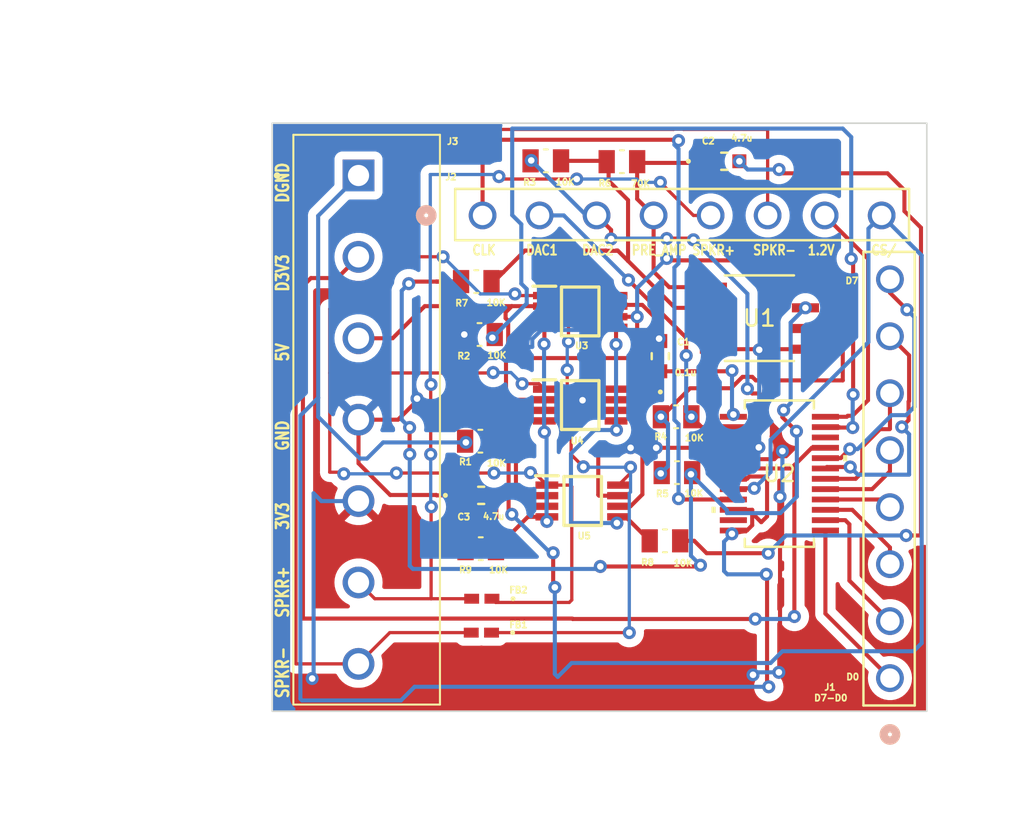
<source format=kicad_pcb>
(kicad_pcb (version 20221018) (generator pcbnew)
  (layers (0 "F.Cu" signal) (31 "B.Cu" signal) (34 "B.Paste" user) (35 "F.Paste" user) (36 "B.SilkS" user "B.Silkscreen") (37 "F.SilkS" user "F.Silkscreen") (38 "B.Mask" user) (39 "F.Mask" user) (44 "Edge.Cuts" user))
  (net 0 "")
  (net 1 "/SGNL_PRE_AMP")
  (net 2 "GND")
  (net 3 "Net-(C2-Pad2)")
  (net 4 "/PAM_O+")
  (net 5 "/SPEAKER+")
  (net 6 "/PAM_O-")
  (net 7 "/SPEAKER-")
  (net 8 "/DGND")
  (net 9 "/D3V3")
  (net 10 "/5V")
  (net 11 "/3V3")
  (net 12 "/CLK")
  (net 13 "/DAC_Vout1")
  (net 14 "/DAC_Vout2")
  (net 15 "/1.2V_REF")
  (net 16 "/CHIP_SELECT_N")
  (net 17 "Net-(U1-OUT2)")
  (net 18 "Net-(U1--1)")
  (net 19 "/PAM_NEG")
  (net 20 "/PAM_POS")
  (net 21 "Net-(U2-CREF)")
  (net 22 "Net-(C3-Pad2)")
  (net 23 "Net-(J1-Pin_1)")
  (net 24 "Net-(J1-Pin_2)")
  (net 25 "Net-(J1-Pin_3)")
  (net 26 "Net-(J1-Pin_4)")
  (net 27 "Net-(J1-Pin_5)")
  (net 28 "Net-(J1-Pin_6)")
  (net 29 "Net-(J1-Pin_7)")
  (net 30 "Net-(J1-Pin_8)")
  (net 31 "Net-(U2-REFR)")
  (net 34 "Net-(U1--2)")
  (footprint "Footprints:RESC2012X60N" (layer "F.Cu") (at 100.2284 96.5962)
    (fp_text reference "R2")
    (fp_text value "10K")
  )
  (footprint "Footprints:RESC2012X60N" (layer "F.Cu") (at 112.2982 101.6508 180)
    (fp_text reference "R4")
    (fp_text value "10K")
  )
  (footprint "Footprints:RESC2012X60N" (layer "F.Cu") (at 100.03 93.345)
    (fp_text reference "R7")
    (fp_text value "10K")
  )
  (footprint "Footprints:CUI_TB001-500-07BE" (layer "F.Cu") (at 92.7995 86.8286 -90)
    (fp_text reference "J3")
    (fp_text value "     SPKR-    SPKR+     3V3       GND        5V       D3V3       DGND  ")
  )
  (footprint "Footprints:RESC2012X60N" (layer "F.Cu") (at 108.9708 85.979)
    (fp_text reference "R6")
    (fp_text value "70K")
  )
  (footprint "Footprints:RESC2012X60N" (layer "F.Cu") (at 100.2792 103.1494)
    (fp_text reference "R1")
    (fp_text value "10K")
  )
  (footprint "Footprints:CAP_CL10_SAM-M" (layer "F.Cu") (at 100.33 106.4768)
    (fp_text reference "C3")
    (fp_text value "4.7u")
  )
  (footprint "Footprints:SOP65P490X110-8N" (layer "F.Cu") (at 106.5628 106.8226)
    (fp_text reference "U5")
    (fp_text value "PAM8304" hide)
  )
  (footprint "Footprints:RESC2012X60N" (layer "F.Cu") (at 111.6124 109.2708 180)
    (fp_text reference "R8")
    (fp_text value "10K")
  )
  (footprint "Footprints:SOP65P490X110-8N" (layer "F.Cu") (at 106.4104 100.9298)
    (fp_text reference "U4")
    (fp_text value "PAM8304" hide)
  )
  (footprint "Footprints:RESC2012X60N" (layer "F.Cu") (at 100.3046 109.7534)
    (fp_text reference "R9")
    (fp_text value "10K")
  )
  (footprint "Footprints:SOP65P490X110-8N" (layer "F.Cu") (at 106.4104 95.179)
    (fp_text reference "U3")
    (fp_text value "PAM8304" hide)
  )
  (footprint "Footprints:IND_BLM15_0402_MUR-M" (layer "F.Cu") (at 100.3681 112.8268 180)
    (fp_text reference "FB2")
    (fp_text value "FerriteBead")
  )
  (footprint "Footprints:RESC2012X60N" (layer "F.Cu") (at 112.349 105.0798)
    (fp_text reference "R5")
    (fp_text value "10K")
  )
  (footprint "Footprints:IND_BLM15_0402_MUR-M" (layer "F.Cu") (at 100.3427 114.9096 180)
    (fp_text reference "FB1")
    (fp_text value "FerriteBead")
  )
  (footprint "Footprints:D8-M" (layer "F.Cu") (at 117.4115 95.5929)
    (fp_text reference "U1")
    (fp_text value "LMV358IDR")
  )
  (footprint "Footprints:CONN_1945151_PXC" (layer "F.Cu") (at 100.416002 89.281)
    (fp_text reference "J2")
    (fp_text value "CLK     DAC1    DAC2   PRE_AMP SPKR+   SPKR-  1.2V      CS/")
  )
  (footprint "Footprints:CAP_CL10_SAM-M" (layer "F.Cu") (at 115.2502 85.9536)
    (fp_text reference "C2")
    (fp_text value "4.7u")
  )
  (footprint "Footprints:RESC2012X60N" (layer "F.Cu") (at 104.2972 85.9282)
    (fp_text reference "R3")
    (fp_text value "10K")
  )
  (footprint "Footprints:21-0055H_24-M" (layer "F.Cu") (at 118.63705 105.1433)
    (fp_text reference "U2")
    (fp_text value "MAX5187BEEG+")
  )
  (footprint "Footprints:CONN_1945151_PXC" (layer "F.Cu") (at 125.4252 117.703003 90)
    (fp_text reference "J1")
    (fp_text value "D7-D0")
  )
  (footprint "Footprints:CAP_CL10_SAM-M" (layer "F.Cu") (at 111.3282 97.9274 90)
    (fp_text reference "C1")
    (fp_text value "0.1u")
  )
  (gr_rect (start 87.503 83.6168) (end 127.6858 119.7356) (stroke (width 0.1)) (fill none) (layer "Edge.Cuts"))
  (gr_text "D0" (at 123.1392 117.6274) (layer "F.SilkS") (effects (font (size 0.393701 0.393701) (thickness 0.098425))))
  (gr_text "D7" (at 123.0884 93.2942) (layer "F.SilkS") (effects (font (size 0.393701 0.393701) (thickness 0.098425))))
  (segment (start 111.8743 93.6879) (end 110.916004 92.729604) (width 0.25) (layer "F.Cu") (net 1))
  (segment (start 114.4143 93.6879) (end 111.8743 93.6879) (width 0.25) (layer "F.Cu") (net 1))
  (segment (start 109.9058 85.979) (end 109.9058 88.270796) (width 0.25) (layer "F.Cu") (net 1))
  (segment (start 110.916004 92.729604) (end 110.916004 89.281) (width 0.25) (layer "F.Cu") (net 1))
  (segment (start 109.9058 88.270796) (end 110.916004 89.281) (width 0.25) (layer "F.Cu") (net 1))
  (segment (start 110.1344 86.0552) (end 114.2192 86.0552) (width 0.25) (layer "F.Cu") (net 1))
  (segment (start 110.2222 94.779) (end 111.252 95.8088) (width 0.25) (layer "F.Cu") (net 2))
  (segment (start 107.5182 103.5558) (end 107.5182 106.4468) (width 0.25) (layer "F.Cu") (net 2))
  (segment (start 107.5182 106.4468) (end 107.569 106.4976) (width 0.25) (layer "F.Cu") (net 2))
  (segment (start 97.593969 106.4768) (end 97.571687 106.454518) (width 0.25) (layer "F.Cu") (net 2))
  (segment (start 117.3607 97.4979) (end 114.58575 97.4979) (width 0.25) (layer "F.Cu") (net 2))
  (segment (start 120.23725 97.4979) (end 117.4369 97.4979) (width 0.25) (layer "F.Cu") (net 2))
  (segment (start 95.2246 101.8286) (end 96.393 100.6602) (width 0.25) (layer "F.Cu") (net 2))
  (segment (start 106.553 100.6348) (end 108.5804 100.6348) (width 0.25) (layer "F.Cu") (net 2))
  (segment (start 114.58575 96.2279) (end 114.58575 97.4979) (width 0.25) (layer "F.Cu") (net 2))
  (segment (start 117.3734 103.5304) (end 115.8367 103.5304) (width 0.25) (layer "F.Cu") (net 2))
  (segment (start 96.393 100.6602) (end 96.393 100.5332) (width 0.25) (layer "F.Cu") (net 2))
  (segment (start 107.569 106.4976) (end 108.7628 106.4976) (width 0.25) (layer "F.Cu") (net 2))
  (segment (start 108.6854 94.779) (end 110.2222 94.779) (width 0.25) (layer "F.Cu") (net 2))
  (segment (start 117.3988 97.536) (end 117.3607 97.4979) (width 0.25) (layer "F.Cu") (net 2))
  (segment (start 92.7995 101.8286) (end 95.2246 101.8286) (width 0.25) (layer "F.Cu") (net 2))
  (segment (start 92.7995 104.5089) (end 92.7995 101.8286) (width 0.25) (layer "F.Cu") (net 2))
  (segment (start 109.50301 103.5558) (end 107.5182 103.5558) (width 0.25) (layer "F.Cu") (net 2))
  (segment (start 115.8113 103.5558) (end 111.0742 103.5558) (width 0.25) (layer "F.Cu") (net 2))
  (segment (start 94.745118 106.454518) (end 92.7995 104.5089) (width 0.25) (layer "F.Cu") (net 2))
  (segment (start 111.252 95.8088) (end 111.252 96.8502) (width 0.25) (layer "F.Cu") (net 2))
  (segment (start 117.4369 97.4979) (end 117.3988 97.536) (width 0.25) (layer "F.Cu") (net 2))
  (segment (start 97.571687 106.454518) (end 94.745118 106.454518) (width 0.25) (layer "F.Cu") (net 2))
  (segment (start 99.4006 106.4768) (end 97.593969 106.4768) (width 0.25) (layer "F.Cu") (net 2))
  (via (at 117.3734 103.5304) (size 0.8) (drill 0.4) (layers "F.Cu" "B.Cu") (net 2))
  (via (at 106.553 100.6348) (size 0.8) (drill 0.4) (layers "F.Cu" "B.Cu") (net 2))
  (via (at 99.2934 96.5962) (size 0.8) (drill 0.4) (layers "F.Cu" "B.Cu") (net 2))
  (via (at 111.0742 103.5558) (size 0.8) (drill 0.4) (layers "F.Cu" "B.Cu") (net 2))
  (via (at 109.50301 103.5558) (size 0.8) (drill 0.4) (layers "F.Cu" "B.Cu") (net 2))
  (via (at 117.3988 97.536) (size 0.8) (drill 0.4) (layers "F.Cu" "B.Cu") (net 2))
  (via (at 111.252 96.8502) (size 0.8) (drill 0.4) (layers "F.Cu" "B.Cu") (net 2))
  (via (at 96.393 100.5332) (size 0.8) (drill 0.4) (layers "F.Cu" "B.Cu") (net 2))
  (segment (start 99.695 100.6856) (end 99.695 99.0902) (width 0.25) (layer "B.Cu") (net 2))
  (segment (start 101.9302 97.3582) (end 101.2444 98.044) (width 0.25) (layer "B.Cu") (net 2))
  (segment (start 111.252 96.8502) (end 110.7186 96.3168) (width 0.25) (layer "B.Cu") (net 2))
  (segment (start 96.5454 100.6856) (end 99.695 100.6856) (width 0.25) (layer "B.Cu") (net 2))
  (segment (start 106.4768 96.3168) (end 106.4768 100.5586) (width 0.25) (layer "B.Cu") (net 2))
  (segment (start 110.7186 96.3168) (end 106.4768 96.3168) (width 0.25) (layer "B.Cu") (net 2))
  (segment (start 106.4768 96.3168) (end 104.029095 96.3168) (width 0.25) (layer "B.Cu") (net 2))
  (segment (start 96.393 100.5332) (end 96.5454 100.6856) (width 0.25) (layer "B.Cu") (net 2))
  (segment (start 111.0742 103.5558) (end 109.50301 103.5558) (width 0.25) (layer "B.Cu") (net 2))
  (segment (start 103.4658 97.3582) (end 101.9302 97.3582) (width 0.25) (layer "B.Cu") (net 2))
  (segment (start 101.2444 98.044) (end 100.7412 98.044) (width 0.25) (layer "B.Cu") (net 2))
  (segment (start 104.029095 96.3168) (end 103.4658 96.880095) (width 0.25) (layer "B.Cu") (net 2))
  (segment (start 117.3988 103.505) (end 117.3734 103.5304) (width 0.25) (layer "B.Cu") (net 2))
  (segment (start 106.4768 100.5586) (end 106.553 100.6348) (width 0.25) (layer "B.Cu") (net 2))
  (segment (start 117.3988 97.536) (end 117.3988 103.505) (width 0.25) (layer "B.Cu") (net 2))
  (segment (start 99.695 99.0902) (end 100.7412 98.044) (width 0.25) (layer "B.Cu") (net 2))
  (segment (start 103.4658 96.880095) (end 103.4658 97.3582) (width 0.25) (layer "B.Cu") (net 2))
  (segment (start 100.7412 98.044) (end 99.2934 96.5962) (width 0.25) (layer "B.Cu") (net 2))
  (segment (start 118.84651 86.692605) (end 118.615505 86.4616) (width 0.25) (layer "F.Cu") (net 3))
  (segment (start 126.3142 89.017868) (end 126.3142 87.7316) (width 0.25) (layer "F.Cu") (net 3))
  (segment (start 114.173 110.0328) (end 117.9527 110.0328) (width 0.25) (layer "F.Cu") (net 3))
  (segment (start 126.4158 108.9406) (end 127.2794 108.9406) (width 0.25) (layer "F.Cu") (net 3))
  (segment (start 127.3302 108.8898) (end 127.3302 90.033868) (width 0.25) (layer "F.Cu") (net 3))
  (segment (start 126.3142 87.7316) (end 125.275205 86.692605) (width 0.25) (layer "F.Cu") (net 3))
  (segment (start 127.3302 90.033868) (end 126.3142 89.017868) (width 0.25) (layer "F.Cu") (net 3))
  (segment (start 127.2794 108.9406) (end 127.3302 108.8898) (width 0.25) (layer "F.Cu") (net 3))
  (segment (start 125.275205 86.692605) (end 118.84651 86.692605) (width 0.25) (layer "F.Cu") (net 3))
  (segment (start 112.5474 109.2708) (end 113.411 109.2708) (width 0.25) (layer "F.Cu") (net 3))
  (segment (start 113.411 109.2708) (end 114.173 110.0328) (width 0.25) (layer "F.Cu") (net 3))
  (via (at 126.4158 108.9406) (size 0.8) (drill 0.4) (layers "F.Cu" "B.Cu") (net 3))
  (via (at 118.615505 86.4616) (size 0.8) (drill 0.4) (layers "F.Cu" "B.Cu") (net 3))
  (via (at 116.1796 85.9536) (size 0.8) (drill 0.4) (layers "F.Cu" "B.Cu") (net 3))
  (via (at 117.9527 110.0328) (size 0.8) (drill 0.4) (layers "F.Cu" "B.Cu") (net 3))
  (segment (start 116.6876 86.4616) (end 116.1796 85.9536) (width 0.25) (layer "B.Cu") (net 3))
  (segment (start 119.0449 108.9406) (end 126.4158 108.9406) (width 0.25) (layer "B.Cu") (net 3))
  (segment (start 117.9527 110.0328) (end 119.0449 108.9406) (width 0.25) (layer "B.Cu") (net 3))
  (segment (start 118.615505 86.4616) (end 116.6876 86.4616) (width 0.25) (layer "B.Cu") (net 3))
  (segment (start 91.0336 98.9584) (end 91.0336 105.0544) (width 0.2) (layer "F.Cu") (net 4))
  (segment (start 105.7968 105.8476) (end 104.3628 105.8476) (width 0.2) (layer "F.Cu") (net 4))
  (segment (start 97.9932 91.821) (end 96.003978 91.821) (width 0.2) (layer "F.Cu") (net 4))
  (segment (start 104.2104 94.204) (end 102.499638 94.204) (width 0.2) (layer "F.Cu") (net 4))
  (segment (start 101.0412 98.9584) (end 101.0666 98.933) (width 0.2) (layer "F.Cu") (net 4))
  (segment (start 91.0336 95.0214) (end 91.0336 98.9584) (width 0.2) (layer "F.Cu") (net 4))
  (segment (start 95.123 105.1052) (end 101.1174 105.1052) (width 0.2) (layer "F.Cu") (net 4))
  (segment (start 105.8926 105.9434) (end 105.7968 105.8476) (width 0.2) (layer "F.Cu") (net 4))
  (segment (start 91.0336 98.9584) (end 101.0412 98.9584) (width 0.2) (layer "F.Cu") (net 4))
  (segment (start 100.9904 112.8268) (end 101.219 113.0554) (width 0.2) (layer "F.Cu") (net 4))
  (segment (start 103.8744 99.6188) (end 104.2104 99.9548) (width 0.2) (layer "F.Cu") (net 4))
  (segment (start 103.595 105.0798) (end 104.3628 105.8476) (width 0.2) (layer "F.Cu") (net 4))
  (segment (start 103.3526 105.0798) (end 103.595 105.0798) (width 0.2) (layer "F.Cu") (net 4))
  (segment (start 105.8926 112.903) (end 105.8926 105.9434) (width 0.2) (layer "F.Cu") (net 4))
  (segment (start 92.803578 95.0214) (end 91.0336 95.0214) (width 0.2) (layer "F.Cu") (net 4))
  (segment (start 102.499638 94.204) (end 102.3995 94.103862) (width 0.2) (layer "F.Cu") (net 4))
  (segment (start 105.7402 113.0554) (end 105.8926 112.903) (width 0.2) (layer "F.Cu") (net 4))
  (segment (start 101.219 113.0554) (end 105.7402 113.0554) (width 0.2) (layer "F.Cu") (net 4))
  (segment (start 91.7956 105.0544) (end 91.8972 105.156) (width 0.2) (layer "F.Cu") (net 4))
  (segment (start 102.8446 99.6188) (end 103.8744 99.6188) (width 0.2) (layer "F.Cu") (net 4))
  (segment (start 96.003978 91.821) (end 92.803578 95.0214) (width 0.2) (layer "F.Cu") (net 4))
  (segment (start 91.0336 105.0544) (end 91.7956 105.0544) (width 0.2) (layer "F.Cu") (net 4))
  (via (at 101.1174 105.1052) (size 0.8) (drill 0.4) (layers "F.Cu" "B.Cu") (net 4))
  (via (at 103.3526 105.0798) (size 0.8) (drill 0.4) (layers "F.Cu" "B.Cu") (net 4))
  (via (at 101.0666 98.933) (size 0.8) (drill 0.4) (layers "F.Cu" "B.Cu") (net 4))
  (via (at 95.123 105.1052) (size 0.8) (drill 0.4) (layers "F.Cu" "B.Cu") (net 4))
  (via (at 102.8446 99.6188) (size 0.8) (drill 0.4) (layers "F.Cu" "B.Cu") (net 4))
  (via (at 97.9932 91.821) (size 0.8) (drill 0.4) (layers "F.Cu" "B.Cu") (net 4))
  (via (at 91.8972 105.156) (size 0.8) (drill 0.4) (layers "F.Cu" "B.Cu") (net 4))
  (via (at 102.3995 94.103862) (size 0.8) (drill 0.4) (layers "F.Cu" "B.Cu") (net 4))
  (segment (start 103.3272 105.1052) (end 103.3526 105.0798) (width 0.2) (layer "B.Cu") (net 4))
  (segment (start 91.8972 105.156) (end 95.0722 105.156) (width 0.2) (layer "B.Cu") (net 4))
  (segment (start 101.1174 105.1052) (end 103.3272 105.1052) (width 0.2) (layer "B.Cu") (net 4))
  (segment (start 95.0722 105.156) (end 95.123 105.1052) (width 0.2) (layer "B.Cu") (net 4))
  (segment (start 102.1588 98.933) (end 102.8446 99.6188) (width 0.2) (layer "B.Cu") (net 4))
  (segment (start 101.0666 98.933) (end 102.1588 98.933) (width 0.2) (layer "B.Cu") (net 4))
  (segment (start 102.3995 94.103862) (end 100.276062 94.103862) (width 0.2) (layer "B.Cu") (net 4))
  (segment (start 100.276062 94.103862) (end 97.9932 91.821) (width 0.2) (layer "B.Cu") (net 4))
  (segment (start 97.2312 99.682998) (end 97.250599 99.663599) (width 0.2) (layer "F.Cu") (net 5))
  (segment (start 97.2566 112.8268) (end 97.2566 107.1943) (width 0.2) (layer "F.Cu") (net 5))
  (segment (start 113.3602 89.281) (end 114.416005 89.281) (width 0.2) (layer "F.Cu") (net 5))
  (segment (start 101.4222 86.8934) (end 101.5746 87.0458) (width 0.2) (layer "F.Cu") (net 5))
  (segment (start 97.2566 107.1943) (end 97.271382 107.179518) (width 0.2) (layer "F.Cu") (net 5))
  (segment (start 97.2312 103.9501) (end 97.2312 99.682998) (width 0.2) (layer "F.Cu") (net 5))
  (segment (start 93.7977 112.8268) (end 92.7995 111.8286) (width 0.2) (layer "F.Cu") (net 5))
  (segment (start 99.7458 112.8268) (end 97.2566 112.8268) (width 0.2) (layer "F.Cu") (net 5))
  (segment (start 111.3282 87.249) (end 113.3602 89.281) (width 0.2) (layer "F.Cu") (net 5))
  (segment (start 97.2566 112.8268) (end 93.7977 112.8268) (width 0.2) (layer "F.Cu") (net 5))
  (segment (start 101.5746 87.0458) (end 106.1974 87.0458) (width 0.2) (layer "F.Cu") (net 5))
  (via (at 97.2312 103.9501) (size 0.8) (drill 0.4) (layers "F.Cu" "B.Cu") (net 5))
  (via (at 106.1974 87.0458) (size 0.8) (drill 0.4) (layers "F.Cu" "B.Cu") (net 5))
  (via (at 101.4222 86.8934) (size 0.8) (drill 0.4) (layers "F.Cu" "B.Cu") (net 5))
  (via (at 97.271382 107.179518) (size 0.8) (drill 0.4) (layers "F.Cu" "B.Cu") (net 5))
  (via (at 97.250599 99.663599) (size 0.8) (drill 0.4) (layers "F.Cu" "B.Cu") (net 5))
  (via (at 111.3282 87.249) (size 0.8) (drill 0.4) (layers "F.Cu" "B.Cu") (net 5))
  (segment (start 110.0836 87.249) (end 111.3282 87.249) (width 0.2) (layer "B.Cu") (net 5))
  (segment (start 97.2058 99.6188) (end 97.2058 86.7664) (width 0.2) (layer "B.Cu") (net 5))
  (segment (start 106.1974 87.0458) (end 109.8804 87.0458) (width 0.2) (layer "B.Cu") (net 5))
  (segment (start 97.2058 86.7664) (end 101.2952 86.7664) (width 0.2) (layer "B.Cu") (net 5))
  (segment (start 97.250599 99.663599) (end 97.2058 99.6188) (width 0.2) (layer "B.Cu") (net 5))
  (segment (start 109.8804 87.0458) (end 110.0836 87.249) (width 0.2) (layer "B.Cu") (net 5))
  (segment (start 101.2952 86.7664) (end 101.4222 86.8934) (width 0.2) (layer "B.Cu") (net 5))
  (segment (start 97.2312 107.139336) (end 97.2312 103.9501) (width 0.2) (layer "B.Cu") (net 5))
  (segment (start 97.271382 107.179518) (end 97.2312 107.139336) (width 0.2) (layer "B.Cu") (net 5))
  (segment (start 105.853 103.9734) (end 105.853 100.34485) (width 0.2) (layer "F.Cu") (net 6))
  (segment (start 105.6894 94.2086) (end 105.694 94.204) (width 0.2) (layer "F.Cu") (net 6))
  (segment (start 109.4994 104.7496) (end 109.4994 105.111) (width 0.2) (layer "F.Cu") (net 6))
  (segment (start 105.694 94.204) (end 108.6104 94.204) (width 0.2) (layer "F.Cu") (net 6))
  (segment (start 109.4994 105.111) (end 108.7628 105.8476) (width 0.2) (layer "F.Cu") (net 6))
  (segment (start 105.853 100.34485) (end 105.6132 100.10505) (width 0.2) (layer "F.Cu") (net 6))
  (segment (start 109.4232 114.9096) (end 100.965 114.9096) (width 0.2) (layer "F.Cu") (net 6))
  (segment (start 105.6132 100.10505) (end 105.6132 98.7685) (width 0.2) (layer "F.Cu") (net 6))
  (segment (start 105.6894 97.0413) (end 105.6894 94.2086) (width 0.2) (layer "F.Cu") (net 6))
  (segment (start 105.853 100.34485) (end 106.27425 99.9236) (width 0.2) (layer "F.Cu") (net 6))
  (segment (start 106.6038 104.7242) (end 105.853 103.9734) (width 0.2) (layer "F.Cu") (net 6))
  (segment (start 106.27425 99.9236) (end 108.5792 99.9236) (width 0.2) (layer "F.Cu") (net 6))
  (via (at 109.4232 114.9096) (size 0.8) (drill 0.4) (layers "F.Cu" "B.Cu") (net 6))
  (via (at 109.4994 104.7496) (size 0.8) (drill 0.4) (layers "F.Cu" "B.Cu") (net 6))
  (via (at 105.6894 97.0413) (size 0.8) (drill 0.4) (layers "F.Cu" "B.Cu") (net 6))
  (via (at 105.6132 98.7685) (size 0.8) (drill 0.4) (layers "F.Cu" "B.Cu") (net 6))
  (via (at 106.6038 104.7242) (size 0.8) (drill 0.4) (layers "F.Cu" "B.Cu") (net 6))
  (segment (start 109.4994 104.7496) (end 106.6292 104.7496) (width 0.2) (layer "B.Cu") (net 6))
  (segment (start 106.6292 104.7496) (end 106.6038 104.7242) (width 0.2) (layer "B.Cu") (net 6))
  (segment (start 105.6132 97.1175) (end 105.6894 97.0413) (width 0.2) (layer "B.Cu") (net 6))
  (segment (start 109.4232 106.3498) (end 109.4994 106.2736) (width 0.2) (layer "B.Cu") (net 6))
  (segment (start 109.4232 114.9096) (end 109.4232 106.3498) (width 0.2) (layer "B.Cu") (net 6))
  (segment (start 109.4994 106.2736) (end 109.4994 104.7496) (width 0.2) (layer "B.Cu") (net 6))
  (segment (start 105.6132 98.7685) (end 105.6132 97.1175) (width 0.2) (layer "B.Cu") (net 6))
  (segment (start 88.9622 84.6976) (end 88.9622 116.8286) (width 0.2) (layer "F.Cu") (net 7))
  (segment (start 112.14165 83.9978) (end 100.600841 83.9978) (width 0.2) (layer "F.Cu") (net 7))
  (segment (start 112.15585 83.9836) (end 112.14165 83.9978) (width 0.2) (layer "F.Cu") (net 7))
  (segment (start 117.916005 83.9978) (end 112.74995 83.9978) (width 0.2) (layer "F.Cu") (net 7))
  (segment (start 112.74995 83.9978) (end 112.73575 83.9836) (width 0.2) (layer "F.Cu") (net 7))
  (segment (start 99.7204 114.9096) (end 94.7185 114.9096) (width 0.2) (layer "F.Cu") (net 7))
  (segment (start 100.592043 83.989002) (end 89.670798 83.989002) (width 0.2) (layer "F.Cu") (net 7))
  (segment (start 112.73575 83.9836) (end 112.15585 83.9836) (width 0.2) (layer "F.Cu") (net 7))
  (segment (start 117.916005 89.281) (end 117.916005 83.9978) (width 0.2) (layer "F.Cu") (net 7))
  (segment (start 88.9622 116.8286) (end 92.7995 116.8286) (width 0.2) (layer "F.Cu") (net 7))
  (segment (start 94.7185 114.9096) (end 92.7995 116.8286) (width 0.2) (layer "F.Cu") (net 7))
  (segment (start 89.670798 83.989002) (end 88.9622 84.6976) (width 0.2) (layer "F.Cu") (net 7))
  (segment (start 100.600841 83.9978) (end 100.592043 83.989002) (width 0.2) (layer "F.Cu") (net 7))
  (segment (start 117.8814 118.1354) (end 117.983 118.237) (width 0.25) (layer "F.Cu") (net 8))
  (segment (start 116.64557 108.6358) (end 115.7224 108.839) (width 0.25) (layer "F.Cu") (net 8))
  (segment (start 117.7914 105.32) (end 117.8814 105.41) (width 0.25) (layer "F.Cu") (net 8))
  (segment (start 115.7224 108.839) (end 115.8113 108.6358) (width 0.25) (layer "F.Cu") (net 8))
  (segment (start 115.8113 105.4608) (end 116.652895 105.4608) (width 0.25) (layer "F.Cu") (net 8))
  (segment (start 116.793695 105.32) (end 117.7914 105.32) (width 0.25) (layer "F.Cu") (net 8))
  (segment (start 117.5258 108.12665) (end 116.96815 107.569) (width 0.25) (layer "F.Cu") (net 8))
  (segment (start 116.96815 107.36695) (end 116.96815 107.569) (width 0.25) (layer "F.Cu") (net 8))
  (segment (start 115.8113 107.3658) (end 116.967 107.3658) (width 0.25) (layer "F.Cu") (net 8))
  (segment (start 116.652895 105.4608) (end 116.793695 105.32) (width 0.25) (layer "F.Cu") (net 8))
  (segment (start 116.967 107.3658) (end 116.96815 107.36695) (width 0.25) (layer "F.Cu") (net 8))
  (segment (start 117.8814 111.379) (end 117.8814 118.1354) (width 0.25) (layer "F.Cu") (net 8))
  (segment (start 117.8814 105.41) (end 117.8814 107.77105) (width 0.25) (layer "F.Cu") (net 8))
  (segment (start 116.96815 108.31322) (end 116.64557 108.6358) (width 0.25) (layer "F.Cu") (net 8))
  (segment (start 116.96815 107.569) (end 116.96815 108.31322) (width 0.25) (layer "F.Cu") (net 8))
  (segment (start 117.8306 111.3282) (end 117.8814 111.379) (width 0.25) (layer "F.Cu") (net 8))
  (segment (start 117.8814 107.77105) (end 117.5258 108.12665) (width 0.25) (layer "F.Cu") (net 8))
  (via (at 115.7224 108.839) (size 0.8) (drill 0.4) (layers "F.Cu" "B.Cu") (net 8))
  (via (at 99.3902 103.2256) (size 0.8) (drill 0.4) (layers "F.Cu" "B.Cu") (net 8))
  (via (at 117.983 118.237) (size 0.8) (drill 0.4) (layers "F.Cu" "B.Cu") (net 8))
  (via (at 117.8306 111.3282) (size 0.8) (drill 0.4) (layers "F.Cu" "B.Cu") (net 8))
  (segment (start 94.3102 103.2256) (end 93.3196 104.2162) (width 0.25) (layer "B.Cu") (net 8))
  (segment (start 89.3318 119.0752) (end 89.2302 118.9736) (width 0.25) (layer "B.Cu") (net 8))
  (segment (start 115.2398 109.3216) (end 115.7224 108.839) (width 0.25) (layer "B.Cu") (net 8))
  (segment (start 89.2302 101.5746) (end 90.3224 100.4824) (width 0.25) (layer "B.Cu") (net 8))
  (segment (start 95.4024 119.0752) (end 89.3318 119.0752) (width 0.25) (layer "B.Cu") (net 8))
  (segment (start 115.2398 111.125) (end 115.2398 109.3216) (width 0.25) (layer "B.Cu") (net 8))
  (segment (start 90.3224 89.3057) (end 92.7995 86.8286) (width 0.25) (layer "B.Cu") (net 8))
  (segment (start 93.3196 104.2162) (end 92.8878 104.2162) (width 0.25) (layer "B.Cu") (net 8))
  (segment (start 89.2302 118.9736) (end 89.2302 101.5746) (width 0.25) (layer "B.Cu") (net 8))
  (segment (start 117.8306 111.3282) (end 115.443 111.3282) (width 0.25) (layer "B.Cu") (net 8))
  (segment (start 115.443 111.3282) (end 115.2398 111.125) (width 0.25) (layer "B.Cu") (net 8))
  (segment (start 99.3902 103.2256) (end 94.3102 103.2256) (width 0.25) (layer "B.Cu") (net 8))
  (segment (start 92.8878 104.2162) (end 90.3224 101.6508) (width 0.25) (layer "B.Cu") (net 8))
  (segment (start 90.3224 100.4824) (end 90.3224 89.3057) (width 0.25) (layer "B.Cu") (net 8))
  (segment (start 90.3224 101.6508) (end 90.3224 100.4824) (width 0.25) (layer "B.Cu") (net 8))
  (segment (start 96.2406 118.237) (end 95.4024 119.0752) (width 0.25) (layer "B.Cu") (net 8))
  (segment (start 117.983 118.237) (end 96.2406 118.237) (width 0.25) (layer "B.Cu") (net 8))
  (segment (start 119.585165 104.599165) (end 120.62853 103.5558) (width 0.25) (layer "F.Cu") (net 9))
  (segment (start 89.3872 114.046) (end 105.918 114.046) (width 0.25) (layer "F.Cu") (net 9))
  (segment (start 115.8113 104.8258) (end 119.35853 104.8258) (width 0.25) (layer "F.Cu") (net 9))
  (segment (start 91.4995 93.1286) (end 89.8784 93.1286) (width 0.25) (layer "F.Cu") (net 9))
  (segment (start 120.62853 103.5558) (end 121.4628 103.5558) (width 0.25) (layer "F.Cu") (net 9))
  (segment (start 89.8784 93.1286) (end 89.3872 93.6198) (width 0.25) (layer "F.Cu") (net 9))
  (segment (start 92.7995 91.8286) (end 91.4995 93.1286) (width 0.25) (layer "F.Cu") (net 9))
  (segment (start 119.35853 104.8258) (end 119.585165 104.599165) (width 0.25) (layer "F.Cu") (net 9))
  (segment (start 119.5578 104.62653) (end 119.585165 104.599165) (width 0.25) (layer "F.Cu") (net 9))
  (segment (start 119.5578 113.919) (end 119.5578 104.62653) (width 0.25) (layer "F.Cu") (net 9))
  (segment (start 89.3872 93.6198) (end 89.3872 114.046) (width 0.25) (layer "F.Cu") (net 9))
  (segment (start 105.9434 114.0714) (end 117.1569 114.0714) (width 0.25) (layer "F.Cu") (net 9))
  (segment (start 105.918 114.046) (end 105.9434 114.0714) (width 0.25) (layer "F.Cu") (net 9))
  (via (at 119.5578 113.919) (size 0.8) (drill 0.4) (layers "F.Cu" "B.Cu") (net 9))
  (via (at 117.1569 114.0714) (size 0.8) (drill 0.4) (layers "F.Cu" "B.Cu") (net 9))
  (segment (start 117.1569 114.0714) (end 119.4054 114.0714) (width 0.25) (layer "B.Cu") (net 9))
  (segment (start 119.4054 114.0714) (end 119.5578 113.919) (width 0.25) (layer "B.Cu") (net 9))
  (segment (start 104.2104 100.6048) (end 101.854 100.6048) (width 0.25) (layer "F.Cu") (net 10))
  (segment (start 101.9884 95.75158) (end 101.8286 95.59178) (width 0.25) (layer "F.Cu") (net 10))
  (segment (start 103.2154 100.6048) (end 104.2104 100.6048) (width 0.25) (layer "F.Cu") (net 10))
  (segment (start 102.2096 94.854) (end 96.8652 94.854) (width 0.25) (layer "F.Cu") (net 10))
  (segment (start 101.7524 97.67682) (end 101.9884 97.44082) (width 0.25) (layer "F.Cu") (net 10))
  (segment (start 101.7524 98.0694) (end 101.7524 97.67682) (width 0.25) (layer "F.Cu") (net 10))
  (segment (start 101.8286 95.235) (end 102.2096 94.854) (width 0.25) (layer "F.Cu") (net 10))
  (segment (start 103.6628 107.1476) (end 102.4638 105.9486) (width 0.25) (layer "F.Cu") (net 10))
  (segment (start 102.4638 101.3564) (end 103.2154 100.6048) (width 0.25) (layer "F.Cu") (net 10))
  (segment (start 109.9058 98.0186) (end 109.8804 98.044) (width 0.25) (layer "F.Cu") (net 10))
  (segment (start 101.854 98.171) (end 101.7524 98.0694) (width 0.25) (layer "F.Cu") (net 10))
  (segment (start 102.2096 94.854) (end 104.2104 94.854) (width 0.25) (layer "F.Cu") (net 10))
  (segment (start 101.854 100.6048) (end 101.854 98.171) (width 0.25) (layer "F.Cu") (net 10))
  (segment (start 120.23725 92.04325) (end 111.84195 92.04325) (width 0.25) (layer "F.Cu") (net 10))
  (segment (start 110.22751 106.41751) (end 110.22751 100.37231) (width 0.25) (layer "F.Cu") (net 10))
  (segment (start 110.0328 98.3234) (end 109.7534 98.044) (width 0.25) (layer "F.Cu") (net 10))
  (segment (start 120.23725 93.6879) (end 120.23725 92.04325) (width 0.25) (layer "F.Cu") (net 10))
  (segment (start 109.49742 107.1476) (end 110.22751 106.41751) (width 0.25) (layer "F.Cu") (net 10))
  (segment (start 96.8652 94.854) (end 94.8906 96.8286) (width 0.25) (layer "F.Cu") (net 10))
  (segment (start 110.0328 100.1776) (end 110.0328 98.3234) (width 0.25) (layer "F.Cu") (net 10))
  (segment (start 104.3628 106.4976) (end 104.3628 107.1476) (width 0.25) (layer "F.Cu") (net 10))
  (segment (start 109.8804 98.044) (end 101.7778 98.044) (width 0.25) (layer "F.Cu") (net 10))
  (segment (start 104.3628 107.1476) (end 103.6628 107.1476) (width 0.25) (layer "F.Cu") (net 10))
  (segment (start 104.2104 94.854) (end 104.2104 95.504) (width 0.25) (layer "F.Cu") (net 10))
  (segment (start 108.7628 107.1476) (end 109.49742 107.1476) (width 0.25) (layer "F.Cu") (net 10))
  (segment (start 102.4638 105.9486) (end 102.4638 101.3564) (width 0.25) (layer "F.Cu") (net 10))
  (segment (start 109.9058 95.504) (end 108.6104 95.504) (width 0.25) (layer "F.Cu") (net 10))
  (segment (start 111.84195 92.04325) (end 111.7213 91.9226) (width 0.25) (layer "F.Cu") (net 10))
  (segment (start 101.9884 97.44082) (end 101.9884 95.75158) (width 0.25) (layer "F.Cu") (net 10))
  (segment (start 110.22751 100.37231) (end 110.0328 100.1776) (width 0.25) (layer "F.Cu") (net 10))
  (segment (start 109.34502 101.2548) (end 110.22751 100.37231) (width 0.25) (layer "F.Cu") (net 10))
  (segment (start 108.6104 101.2548) (end 109.34502 101.2548) (width 0.25) (layer "F.Cu") (net 10))
  (segment (start 104.2104 100.6048) (end 104.2104 101.2548) (width 0.25) (layer "F.Cu") (net 10))
  (segment (start 101.8286 95.59178) (end 101.8286 95.235) (width 0.25) (layer "F.Cu") (net 10))
  (segment (start 94.8906 96.8286) (end 92.7995 96.8286) (width 0.25) (layer "F.Cu") (net 10))
  (segment (start 101.7778 98.044) (end 101.7524 98.0694) (width 0.25) (layer "F.Cu") (net 10))
  (segment (start 109.9058 95.504) (end 109.9058 98.0186) (width 0.25) (layer "F.Cu") (net 10))
  (via (at 109.9058 95.504) (size 0.8) (drill 0.4) (layers "F.Cu" "B.Cu") (net 10))
  (via (at 111.7213 91.9226) (size 0.8) (drill 0.4) (layers "F.Cu" "B.Cu") (net 10))
  (segment (start 109.9058 95.504) (end 109.9058 93.7381) (width 0.25) (layer "B.Cu") (net 10))
  (segment (start 109.9058 93.7381) (end 111.7213 91.9226) (width 0.25) (layer "B.Cu") (net 10))
  (segment (start 118.3265 104.2554) (end 118.8229 103.759) (width 0.25) (layer "F.Cu") (net 11))
  (segment (start 118.6772 106.5614) (end 118.6772 117.2767) (width 0.25) (layer "F.Cu") (net 11))
  (segment (start 115.8113 104.1908) (end 115.8759 104.2554) (width 0.25) (layer "F.Cu") (net 11))
  (segment (start 115.8759 104.2554) (end 118.3265 104.2554) (width 0.25) (layer "F.Cu") (net 11))
  (segment (start 116.0913 118.4269) (end 89.9547 118.4269) (width 0.25) (layer "F.Cu") (net 11))
  (segment (start 118.6772 117.2767) (end 118.6059 117.348) (width 0.25) (layer "F.Cu") (net 11))
  (segment (start 117.0178 117.5004) (end 116.0913 118.4269) (width 0.25) (layer "F.Cu") (net 11))
  (segment (start 89.9547 118.4269) (end 89.9547 117.729) (width 0.25) (layer "F.Cu") (net 11))
  (via (at 118.6772 106.5614) (size 0.8) (drill 0.4) (layers "F.Cu" "B.Cu") (net 11))
  (via (at 118.6059 117.348) (size 0.8) (drill 0.4) (layers "F.Cu" "B.Cu") (net 11))
  (via (at 89.9547 117.729) (size 0.8) (drill 0.4) (layers "F.Cu" "B.Cu") (net 11))
  (via (at 117.0178 117.5004) (size 0.8) (drill 0.4) (layers "F.Cu" "B.Cu") (net 11))
  (via (at 118.8229 103.759) (size 0.8) (drill 0.4) (layers "F.Cu" "B.Cu") (net 11))
  (segment (start 118.8229 103.759) (end 118.8229 106.4157) (width 0.25) (layer "B.Cu") (net 11))
  (segment (start 118.8229 106.4157) (end 118.6772 106.5614) (width 0.25) (layer "B.Cu") (net 11))
  (segment (start 90.043 117.6407) (end 90.043 106.3498) (width 0.25) (layer "B.Cu") (net 11))
  (segment (start 118.6059 117.348) (end 117.1702 117.348) (width 0.25) (layer "B.Cu") (net 11))
  (segment (start 90.043 106.3498) (end 90.5218 106.8286) (width 0.25) (layer "B.Cu") (net 11))
  (segment (start 89.9547 117.729) (end 90.043 117.6407) (width 0.25) (layer "B.Cu") (net 11))
  (segment (start 117.1702 117.348) (end 117.0178 117.5004) (width 0.25) (layer "B.Cu") (net 11))
  (segment (start 90.5218 106.8286) (end 92.7995 106.8286) (width 0.25) (layer "B.Cu") (net 11))
  (segment (start 112.4458 106.68) (end 112.4966 106.7308) (width 0.25) (layer "F.Cu") (net 12))
  (segment (start 100.416002 84.775398) (end 100.416002 89.281) (width 0.25) (layer "F.Cu") (net 12))
  (segment (start 112.4458 84.6836) (end 112.395 84.6328) (width 0.25) (layer "F.Cu") (net 12))
  (segment (start 100.5586 84.6328) (end 100.416002 84.775398) (width 0.25) (layer "F.Cu") (net 12))
  (segment (start 112.4966 106.7308) (end 115.8113 106.7308) (width 0.25) (layer "F.Cu") (net 12))
  (segment (start 112.395 84.6328) (end 100.5586 84.6328) (width 0.25) (layer "F.Cu") (net 12))
  (via (at 112.4458 106.68) (size 0.8) (drill 0.4) (layers "F.Cu" "B.Cu") (net 12))
  (via (at 112.4458 84.6836) (size 0.8) (drill 0.4) (layers "F.Cu" "B.Cu") (net 12))
  (segment (start 112.4458 102.097004) (end 112.4458 106.68) (width 0.25) (layer "B.Cu") (net 12))
  (segment (start 112.1918 101.843004) (end 112.4458 102.097004) (width 0.25) (layer "B.Cu") (net 12))
  (segment (start 112.1918 84.9376) (end 112.4463 85.1921) (width 0.25) (layer "B.Cu") (net 12))
  (segment (start 112.4458 84.6836) (end 112.1918 84.9376) (width 0.25) (layer "B.Cu") (net 12))
  (segment (start 112.4463 92.222905) (end 112.1918 92.477405) (width 0.25) (layer "B.Cu") (net 12))
  (segment (start 112.1918 92.477405) (end 112.1918 101.843004) (width 0.25) (layer "B.Cu") (net 12))
  (segment (start 112.4463 85.1921) (end 112.4463 92.222905) (width 0.25) (layer "B.Cu") (net 12))
  (segment (start 113.8682 102.2858) (end 115.8113 102.2858) (width 0.25) (layer "F.Cu") (net 13))
  (segment (start 109.371449 93.248846) (end 112.9163 96.793697) (width 0.25) (layer "F.Cu") (net 13))
  (segment (start 112.9163 96.793697) (end 112.9163 97.8916) (width 0.25) (layer "F.Cu") (net 13))
  (segment (start 113.2332 101.6508) (end 113.8682 102.2858) (width 0.25) (layer "F.Cu") (net 13))
  (via (at 109.371449 93.248846) (size 0.8) (drill 0.4) (layers "F.Cu" "B.Cu") (net 13))
  (via (at 113.2332 101.6508) (size 0.8) (drill 0.4) (layers "F.Cu" "B.Cu") (net 13))
  (via (at 112.9163 97.8916) (size 0.8) (drill 0.4) (layers "F.Cu" "B.Cu") (net 13))
  (segment (start 112.9163 101.3339) (end 113.2332 101.6508) (width 0.25) (layer "B.Cu") (net 13))
  (segment (start 103.916003 89.281) (end 105.403603 89.281) (width 0.25) (layer "B.Cu") (net 13))
  (segment (start 112.9163 97.8916) (end 112.9163 101.3339) (width 0.25) (layer "B.Cu") (net 13))
  (segment (start 105.403603 89.281) (end 109.371449 93.248846) (width 0.25) (layer "B.Cu") (net 13))
  (segment (start 115.9383 102.7938) (end 115.8113 102.9208) (width 0.25) (layer "F.Cu") (net 14))
  (segment (start 116.6743 99.9236) (end 116.96815 100.21745) (width 0.25) (layer "F.Cu") (net 14))
  (segment (start 117.4242 102.6922) (end 117.3226 102.7938) (width 0.25) (layer "F.Cu") (net 14))
  (segment (start 111.7213 90.7034) (end 113.284 90.7034) (width 0.25) (layer "F.Cu") (net 14))
  (segment (start 113.284 90.7034) (end 113.3602 90.7796) (width 0.25) (layer "F.Cu") (net 14))
  (segment (start 117.3226 102.7938) (end 115.9383 102.7938) (width 0.25) (layer "F.Cu") (net 14))
  (segment (start 117.4242 100.2538) (end 117.4242 102.6922) (width 0.25) (layer "F.Cu") (net 14))
  (segment (start 108.3056 90.7288) (end 108.3056 90.170597) (width 0.25) (layer "F.Cu") (net 14))
  (segment (start 117.38785 100.21745) (end 117.4242 100.2538) (width 0.25) (layer "F.Cu") (net 14))
  (segment (start 116.96815 100.21745) (end 117.38785 100.21745) (width 0.25) (layer "F.Cu") (net 14))
  (segment (start 108.3056 90.170597) (end 107.416003 89.281) (width 0.25) (layer "F.Cu") (net 14))
  (via (at 103.4034 85.9028) (size 0.8) (drill 0.4) (layers "F.Cu" "B.Cu") (net 14))
  (via (at 111.7213 90.7034) (size 0.8) (drill 0.4) (layers "F.Cu" "B.Cu") (net 14))
  (via (at 116.6743 99.9236) (size 0.8) (drill 0.4) (layers "F.Cu" "B.Cu") (net 14))
  (via (at 113.3602 90.7796) (size 0.8) (drill 0.4) (layers "F.Cu" "B.Cu") (net 14))
  (via (at 108.3056 90.7288) (size 0.8) (drill 0.4) (layers "F.Cu" "B.Cu") (net 14))
  (segment (start 116.6743 94.0937) (end 116.6743 99.9236) (width 0.25) (layer "B.Cu") (net 14))
  (segment (start 108.331 90.7034) (end 111.7213 90.7034) (width 0.25) (layer "B.Cu") (net 14))
  (segment (start 108.3056 90.7288) (end 108.331 90.7034) (width 0.25) (layer "B.Cu") (net 14))
  (segment (start 113.3602 90.7796) (end 116.6743 94.0937) (width 0.25) (layer "B.Cu") (net 14))
  (segment (start 103.4034 85.9028) (end 106.7816 89.281) (width 0.25) (layer "B.Cu") (net 14))
  (segment (start 122.774295 101.6508) (end 122.838895 101.5862) (width 0.25) (layer "F.Cu") (net 15))
  (segment (start 123.1276 101.5862) (end 124.079 100.6348) (width 0.25) (layer "F.Cu") (net 15))
  (segment (start 124.079 91.943994) (end 121.416006 89.281) (width 0.25) (layer "F.Cu") (net 15))
  (segment (start 121.4628 101.6508) (end 122.774295 101.6508) (width 0.25) (layer "F.Cu") (net 15))
  (segment (start 122.838895 101.5862) (end 123.1276 101.5862) (width 0.25) (layer "F.Cu") (net 15))
  (segment (start 124.079 100.6348) (end 124.079 91.943994) (width 0.25) (layer "F.Cu") (net 15))
  (segment (start 102.0138 103.949) (end 102.0138 107.4494) (width 0.25) (layer "F.Cu") (net 16))
  (segment (start 117.094 106.045) (end 115.8621 106.045) (width 0.25) (layer "F.Cu") (net 16))
  (segment (start 101.2142 103.1494) (end 102.0138 103.949) (width 0.25) (layer "F.Cu") (net 16))
  (segment (start 104.7496 112.0257) (end 104.8512 112.1273) (width 0.25) (layer "F.Cu") (net 16))
  (segment (start 104.7496 110.0074) (end 104.7496 112.0257) (width 0.25) (layer "F.Cu") (net 16))
  (segment (start 102.0138 107.4494) (end 102.2096 107.6452) (width 0.25) (layer "F.Cu") (net 16))
  (via (at 104.8512 112.1273) (size 0.8) (drill 0.4) (layers "F.Cu" "B.Cu") (net 16))
  (via (at 102.2096 107.6452) (size 0.8) (drill 0.4) (layers "F.Cu" "B.Cu") (net 16))
  (via (at 117.094 106.045) (size 0.8) (drill 0.4) (layers "F.Cu" "B.Cu") (net 16))
  (via (at 104.7496 110.0074) (size 0.8) (drill 0.4) (layers "F.Cu" "B.Cu") (net 16))
  (segment (start 104.7496 110.1852) (end 104.6855 110.1211) (width 0.25) (layer "B.Cu") (net 16))
  (segment (start 105.881 116.7754) (end 118.0984 116.7754) (width 0.25) (layer "B.Cu") (net 16))
  (segment (start 105.029 117.6274) (end 105.881 116.7754) (width 0.25) (layer "B.Cu") (net 16))
  (segment (start 124.916007 89.281) (end 124.1044 90.092607) (width 0.25) (layer "B.Cu") (net 16))
  (segment (start 104.5718 110.0074) (end 104.7496 110.0074) (width 0.25) (layer "B.Cu") (net 16))
  (segment (start 104.8512 112.1273) (end 104.8512 117.4496) (width 0.25) (layer "B.Cu") (net 16))
  (segment (start 118.0984 103.068705) (end 118.0984 105.0406) (width 0.25) (layer "B.Cu") (net 16))
  (segment (start 127.3738 115.5518) (end 127.3738 91.738793) (width 0.25) (layer "B.Cu") (net 16))
  (segment (start 118.8212 116.0526) (end 126.873 116.0526) (width 0.25) (layer "B.Cu") (net 16))
  (segment (start 126.873 116.0526) (end 127.3738 115.5518) (width 0.25) (layer "B.Cu") (net 16))
  (segment (start 104.7496 110.0074) (end 104.7496 110.1852) (width 0.25) (layer "B.Cu") (net 16))
  (segment (start 118.0984 116.7754) (end 118.8212 116.0526) (width 0.25) (layer "B.Cu") (net 16))
  (segment (start 127.3738 91.738793) (end 124.916007 89.281) (width 0.25) (layer "B.Cu") (net 16))
  (segment (start 102.2096 107.6452) (end 104.5718 110.0074) (width 0.25) (layer "B.Cu") (net 16))
  (segment (start 124.1044 97.062705) (end 118.0984 103.068705) (width 0.25) (layer "B.Cu") (net 16))
  (segment (start 104.8512 117.4496) (end 105.029 117.6274) (width 0.25) (layer "B.Cu") (net 16))
  (segment (start 124.1044 90.092607) (end 124.1044 97.062705) (width 0.25) (layer "B.Cu") (net 16))
  (segment (start 118.0984 105.0406) (end 117.094 106.045) (width 0.25) (layer "B.Cu") (net 16))
  (segment (start 95.9358 102.3112) (end 95.9358 103.940914) (width 0.25) (layer "F.Cu") (net 17))
  (segment (start 118.8212 101.3206) (end 118.8974 101.2444) (width 0.25) (layer "F.Cu") (net 17))
  (segment (start 97.5868 93.345) (end 99.095 93.345) (width 0.25) (layer "F.Cu") (net 17))
  (segment (start 119.6848 102.5398) (end 118.8212 101.6762) (width 0.25) (layer "F.Cu") (net 17))
  (segment (start 97.5868 93.345) (end 96.012 93.345) (width 0.25) (layer "F.Cu") (net 17))
  (segment (start 95.9358 103.940914) (end 95.944986 103.9501) (width 0.25) (layer "F.Cu") (net 17))
  (segment (start 96.012 93.345) (end 95.885 93.472) (width 0.25) (layer "F.Cu") (net 17))
  (segment (start 118.8212 101.6762) (end 118.8212 101.3206) (width 0.25) (layer "F.Cu") (net 17))
  (segment (start 99.2426 93.345) (end 97.5868 93.345) (width 0.25) (layer "F.Cu") (net 17))
  (segment (start 113.7158 110.8456) (end 113.792 110.7694) (width 0.25) (layer "F.Cu") (net 17))
  (segment (start 107.6452 110.8456) (end 113.7158 110.8456) (width 0.25) (layer "F.Cu") (net 17))
  (via (at 120.23725 94.9579) (size 0.8) (drill 0.4) (layers "F.Cu" "B.Cu") (net 17))
  (via (at 107.6452 110.8456) (size 0.8) (drill 0.4) (layers "F.Cu" "B.Cu") (net 17))
  (via (at 113.2078 105.1814) (size 0.8) (drill 0.4) (layers "F.Cu" "B.Cu") (net 17))
  (via (at 95.885 93.472) (size 0.8) (drill 0.4) (layers "F.Cu" "B.Cu") (net 17))
  (via (at 118.8974 101.2444) (size 0.8) (drill 0.4) (layers "F.Cu" "B.Cu") (net 17))
  (via (at 113.792 110.7694) (size 0.8) (drill 0.4) (layers "F.Cu" "B.Cu") (net 17))
  (via (at 119.6848 102.5398) (size 0.8) (drill 0.4) (layers "F.Cu" "B.Cu") (net 17))
  (via (at 95.944986 103.9501) (size 0.8) (drill 0.4) (layers "F.Cu" "B.Cu") (net 17))
  (via (at 95.9358 102.3112) (size 0.8) (drill 0.4) (layers "F.Cu" "B.Cu") (net 17))
  (segment (start 95.885 93.472) (end 95.4532 93.9038) (width 0.25) (layer "B.Cu") (net 17))
  (segment (start 115.4176 107.3912) (end 113.2078 105.1814) (width 0.25) (layer "B.Cu") (net 17))
  (segment (start 119.7102 106.553) (end 118.6942 107.569) (width 0.25) (layer "B.Cu") (net 17))
  (segment (start 96.139 110.998) (end 107.4928 110.998) (width 0.25) (layer "B.Cu") (net 17))
  (segment (start 107.4928 110.998) (end 107.6452 110.8456) (width 0.25) (layer "B.Cu") (net 17))
  (segment (start 95.4532 101.8286) (end 95.9358 102.3112) (width 0.25) (layer "B.Cu") (net 17))
  (segment (start 119.3292 95.86595) (end 120.23725 94.9579) (width 0.25) (layer "B.Cu") (net 17))
  (segment (start 115.4176 107.569) (end 115.4176 107.3912) (width 0.25) (layer "B.Cu") (net 17))
  (segment (start 95.4532 93.9038) (end 95.4532 101.8286) (width 0.25) (layer "B.Cu") (net 17))
  (segment (start 119.6848 102.5398) (end 119.7102 102.5652) (width 0.25) (layer "B.Cu") (net 17))
  (segment (start 119.7102 102.5652) (end 119.7102 106.553) (width 0.25) (layer "B.Cu") (net 17))
  (segment (start 118.6942 107.569) (end 115.4176 107.569) (width 0.25) (layer "B.Cu") (net 17))
  (segment (start 95.944986 103.9501) (end 95.944986 110.803986) (width 0.25) (layer "B.Cu") (net 17))
  (segment (start 113.2078 110.1852) (end 113.2078 105.1814) (width 0.25) (layer "B.Cu") (net 17))
  (segment (start 118.8974 101.2444) (end 119.3292 100.8126) (width 0.25) (layer "B.Cu") (net 17))
  (segment (start 113.792 110.7694) (end 113.2078 110.1852) (width 0.25) (layer "B.Cu") (net 17))
  (segment (start 95.944986 110.803986) (end 96.139 110.998) (width 0.25) (layer "B.Cu") (net 17))
  (segment (start 119.3292 100.8126) (end 119.3292 95.86595) (width 0.25) (layer "B.Cu") (net 17))
  (segment (start 108.1532 86.2584) (end 108.1532 87.1474) (width 0.25) (layer "F.Cu") (net 18))
  (segment (start 108.005295 91.4538) (end 108.605905 91.4538) (width 0.25) (layer "F.Cu") (net 18))
  (segment (start 107.991495 91.44) (end 108.005295 91.4538) (width 0.25) (layer "F.Cu") (net 18))
  (segment (start 108.712 91.44) (end 109.347 92.075) (width 0.25) (layer "F.Cu") (net 18))
  (segment (start 101.6865 92.7711) (end 101.5389 92.7711) (width 0.25) (layer "F.Cu") (net 18))
  (segment (start 112.2299 94.9579) (end 114.58575 94.9579) (width 0.25) (layer "F.Cu") (net 18))
  (segment (start 108.619705 91.44) (end 108.712 91.44) (width 0.25) (layer "F.Cu") (net 18))
  (segment (start 108.1532 87.1474) (end 109.347 88.3412) (width 0.25) (layer "F.Cu") (net 18))
  (segment (start 109.347 88.3412) (end 109.347 92.075) (width 0.25) (layer "F.Cu") (net 18))
  (segment (start 101.6865 92.7711) (end 103.0176 91.44) (width 0.25) (layer "F.Cu") (net 18))
  (segment (start 103.0176 91.44) (end 107.991495 91.44) (width 0.25) (layer "F.Cu") (net 18))
  (segment (start 101.5389 92.7711) (end 100.965 93.345) (width 0.25) (layer "F.Cu") (net 18))
  (segment (start 109.347 92.075) (end 112.2299 94.9579) (width 0.25) (layer "F.Cu") (net 18))
  (segment (start 101.1126 93.345) (end 101.6865 92.7711) (width 0.25) (layer "F.Cu") (net 18))
  (segment (start 105.2322 85.9282) (end 107.985 85.9282) (width 0.25) (layer "F.Cu") (net 18))
  (segment (start 108.605905 91.4538) (end 108.619705 91.44) (width 0.25) (layer "F.Cu") (net 18))
  (segment (start 101.2396 109.7534) (end 103.1954 107.7976) (width 0.25) (layer "F.Cu") (net 19))
  (segment (start 104.3628 108.077) (end 104.3628 107.7976) (width 0.25) (layer "F.Cu") (net 19))
  (segment (start 104.2104 102.5906) (end 104.2104 101.9048) (width 0.25) (layer "F.Cu") (net 19))
  (segment (start 103.1954 107.7976) (end 104.3628 107.7976) (width 0.25) (layer "F.Cu") (net 19))
  (segment (start 104.2104 97.1608) (end 104.1908 97.1804) (width 0.25) (layer "F.Cu") (net 19))
  (segment (start 104.2104 96.154) (end 104.2104 97.1608) (width 0.25) (layer "F.Cu") (net 19))
  (via (at 104.3628 108.077) (size 0.8) (drill 0.4) (layers "F.Cu" "B.Cu") (net 19))
  (via (at 104.1908 97.1804) (size 0.8) (drill 0.4) (layers "F.Cu" "B.Cu") (net 19))
  (via (at 104.2104 102.5906) (size 0.8) (drill 0.4) (layers "F.Cu" "B.Cu") (net 19))
  (segment (start 104.1908 102.571) (end 104.1908 97.1804) (width 0.25) (layer "B.Cu") (net 19))
  (segment (start 104.2104 102.5906) (end 104.1908 102.571) (width 0.25) (layer "B.Cu") (net 19))
  (segment (start 104.2104 102.5906) (end 104.3432 102.7234) (width 0.25) (layer "B.Cu") (net 19))
  (segment (start 104.3432 102.7234) (end 104.3432 108.0574) (width 0.25) (layer "B.Cu") (net 19))
  (segment (start 104.3432 108.0574) (end 104.3628 108.077) (width 0.25) (layer "B.Cu") (net 19))
  (segment (start 108.6612 107.8992) (end 108.7628 107.7976) (width 0.25) (layer "F.Cu") (net 20))
  (segment (start 110.6774 109.2708) (end 109.2042 107.7976) (width 0.25) (layer "F.Cu") (net 20))
  (segment (start 108.6358 102.4636) (end 108.6358 101.9302) (width 0.25) (layer "F.Cu") (net 20))
  (segment (start 108.6612 108.1786) (end 108.6612 107.8992) (width 0.25) (layer "F.Cu") (net 20))
  (segment (start 108.6104 96.154) (end 108.6104 97.2058) (width 0.25) (layer "F.Cu") (net 20))
  (via (at 108.6612 108.1786) (size 0.8) (drill 0.4) (layers "F.Cu" "B.Cu") (net 20))
  (via (at 108.6358 102.4636) (size 0.8) (drill 0.4) (layers "F.Cu" "B.Cu") (net 20))
  (via (at 108.6104 97.2058) (size 0.8) (drill 0.4) (layers "F.Cu" "B.Cu") (net 20))
  (segment (start 105.8418 103.9114) (end 105.8418 108.1786) (width 0.25) (layer "B.Cu") (net 20))
  (segment (start 108.6358 102.4636) (end 107.2896 102.4636) (width 0.25) (layer "B.Cu") (net 20))
  (segment (start 108.6358 102.4636) (end 108.6104 102.4382) (width 0.25) (layer "B.Cu") (net 20))
  (segment (start 108.6104 102.4382) (end 108.6104 97.2058) (width 0.25) (layer "B.Cu") (net 20))
  (segment (start 105.8418 108.1786) (end 108.6612 108.1786) (width 0.25) (layer "B.Cu") (net 20))
  (segment (start 107.2896 102.4636) (end 105.8418 103.9114) (width 0.25) (layer "B.Cu") (net 20))
  (segment (start 115.729016 98.81898) (end 115.691196 98.8568) (width 0.25) (layer "F.Cu") (net 21))
  (segment (start 115.691196 98.8568) (end 111.3282 98.8568) (width 0.25) (layer "F.Cu") (net 21))
  (via (at 115.729016 98.81898) (size 0.8) (drill 0.4) (layers "F.Cu" "B.Cu") (net 21))
  (via (at 115.8113 101.5085) (size 0.8) (drill 0.4) (layers "F.Cu" "B.Cu") (net 21))
  (segment (start 115.729016 101.426216) (end 115.8113 101.5085) (width 0.25) (layer "B.Cu") (net 21))
  (segment (start 115.729016 98.81898) (end 115.729016 101.426216) (width 0.25) (layer "B.Cu") (net 21))
  (segment (start 101.2594 106.4768) (end 101.2594 107.8636) (width 0.25) (layer "F.Cu") (net 22))
  (segment (start 101.2594 107.8636) (end 99.3696 109.7534) (width 0.25) (layer "F.Cu") (net 22))
  (segment (start 125.4252 117.703003) (end 121.4628 113.740603) (width 0.25) (layer "F.Cu") (net 23))
  (segment (start 121.4628 113.740603) (end 121.4628 108.6358) (width 0.25) (layer "F.Cu") (net 23))
  (segment (start 122.682 108.0008) (end 121.4628 108.0008) (width 0.25) (layer "F.Cu") (net 24))
  (segment (start 122.936 108.2548) (end 122.682 108.0008) (width 0.25) (layer "F.Cu") (net 24))
  (segment (start 122.936 111.713802) (end 122.936 108.2548) (width 0.25) (layer "F.Cu") (net 24))
  (segment (start 125.4252 114.203002) (end 122.936 111.713802) (width 0.25) (layer "F.Cu") (net 24))
  (segment (start 123.1138 107.3658) (end 121.4628 107.3658) (width 0.25) (layer "F.Cu") (net 25))
  (segment (start 125.4252 110.703002) (end 125.4252 109.6772) (width 0.25) (layer "F.Cu") (net 25))
  (segment (start 125.4252 109.6772) (end 123.1138 107.3658) (width 0.25) (layer "F.Cu") (net 25))
  (segment (start 124.952999 106.7308) (end 121.4628 106.7308) (width 0.25) (layer "F.Cu") (net 26))
  (segment (start 124.333 106.0958) (end 121.4628 106.0958) (width 0.25) (layer "F.Cu") (net 27))
  (segment (start 125.4252 105.0036) (end 124.333 106.0958) (width 0.25) (layer "F.Cu") (net 27))
  (segment (start 125.4252 103.703) (end 125.4252 105.0036) (width 0.25) (layer "F.Cu") (net 27))
  (segment (start 125.3998 102.4128) (end 124.8156 102.4128) (width 0.25) (layer "F.Cu") (net 28))
  (segment (start 123.317 105.4608) (end 121.4628 105.4608) (width 0.25) (layer "F.Cu") (net 28))
  (segment (start 125.4252 100.203) (end 125.4252 102.3874) (width 0.25) (layer "F.Cu") (net 28))
  (segment (start 124.8156 102.4128) (end 123.7234 103.505) (width 0.25) (layer "F.Cu") (net 28))
  (segment (start 123.7234 103.505) (end 123.7234 105.0544) (width 0.25) (layer "F.Cu") (net 28))
  (segment (start 123.7234 105.0544) (end 123.317 105.4608) (width 0.25) (layer "F.Cu") (net 28))
  (segment (start 125.4252 102.3874) (end 125.3998 102.4128) (width 0.25) (layer "F.Cu") (net 28))
  (segment (start 126.5682 101.857292) (end 126.5682 100.721325) (width 0.25) (layer "F.Cu") (net 29))
  (segment (start 126.5682 100.721325) (end 126.6011 100.688425) (width 0.25) (layer "F.Cu") (net 29))
  (segment (start 126.6011 97.878899) (end 125.4252 96.702999) (width 0.25) (layer "F.Cu") (net 29))
  (segment (start 126.151792 102.2737) (end 126.5682 101.857292) (width 0.25) (layer "F.Cu") (net 29))
  (segment (start 126.6011 100.688425) (end 126.6011 97.878899) (width 0.25) (layer "F.Cu") (net 29))
  (segment (start 121.5523 104.7363) (end 121.4628 104.8258) (width 0.25) (layer "F.Cu") (net 29))
  (segment (start 122.9868 104.7363) (end 121.5523 104.7363) (width 0.25) (layer "F.Cu") (net 29))
  (via (at 122.9868 104.7363) (size 0.8) (drill 0.4) (layers "F.Cu" "B.Cu") (net 29))
  (via (at 126.151792 102.2737) (size 0.8) (drill 0.4) (layers "F.Cu" "B.Cu") (net 29))
  (segment (start 126.6011 102.723008) (end 126.6011 105.1993) (width 0.25) (layer "B.Cu") (net 29))
  (segment (start 126.151792 102.2737) (end 126.6011 102.723008) (width 0.25) (layer "B.Cu") (net 29))
  (segment (start 123.4573 105.2068) (end 122.9868 104.7363) (width 0.25) (layer "B.Cu") (net 29))
  (segment (start 126.5936 105.2068) (end 123.4573 105.2068) (width 0.25) (layer "B.Cu") (net 29))
  (segment (start 126.6011 105.1993) (end 126.5936 105.2068) (width 0.25) (layer "B.Cu") (net 29))
  (segment (start 122.4026 104.1908) (end 121.4628 104.1908) (width 0.25) (layer "F.Cu") (net 30))
  (segment (start 126.4666 95.0722) (end 125.4252 94.0308) (width 0.25) (layer "F.Cu") (net 30))
  (segment (start 125.4252 94.0308) (end 125.4252 93.202998) (width 0.25) (layer "F.Cu") (net 30))
  (segment (start 122.9614 103.632) (end 122.4026 104.1908) (width 0.25) (layer "F.Cu") (net 30))
  (via (at 126.4666 95.0722) (size 0.8) (drill 0.4) (layers "F.Cu" "B.Cu") (net 30))
  (via (at 122.9614 103.632) (size 0.8) (drill 0.4) (layers "F.Cu" "B.Cu") (net 30))
  (segment (start 126.9238 95.5294) (end 126.9238 101.0412) (width 0.25) (layer "B.Cu") (net 30))
  (segment (start 123.444 103.632) (end 122.9614 103.632) (width 0.25) (layer "B.Cu") (net 30))
  (segment (start 126.9238 101.0412) (end 126.4158 101.5492) (width 0.25) (layer "B.Cu") (net 30))
  (segment (start 126.4666 95.0722) (end 126.9238 95.5294) (width 0.25) (layer "B.Cu") (net 30))
  (segment (start 126.4158 101.5492) (end 125.5268 101.5492) (width 0.25) (layer "B.Cu") (net 30))
  (segment (start 125.5268 101.5492) (end 123.444 103.632) (width 0.25) (layer "B.Cu") (net 30))
  (segment (start 123.1646 100.2792) (end 123.1646 91.8718) (width 0.25) (layer "F.Cu") (net 31))
  (segment (start 123.1392 91.8464) (end 123.048004 91.937596) (width 0.25) (layer "F.Cu") (net 31))
  (segment (start 123.1646 91.8718) (end 123.1392 91.8464) (width 0.25) (layer "F.Cu") (net 31))
  (segment (start 121.4628 102.2858) (end 122.29707 102.2858) (width 0.25) (layer "F.Cu") (net 31))
  (segment (start 122.32247 102.3112) (end 123.1392 102.3112) (width 0.25) (layer "F.Cu") (net 31))
  (segment (start 122.29707 102.2858) (end 122.32247 102.3112) (width 0.25) (layer "F.Cu") (net 31))
  (via (at 123.1392 102.3112) (size 0.8) (drill 0.4) (layers "F.Cu" "B.Cu") (net 31))
  (via (at 101.0158 96.7994) (size 0.8) (drill 0.4) (layers "F.Cu" "B.Cu") (net 31))
  (via (at 123.048004 91.937596) (size 0.8) (drill 0.4) (layers "F.Cu" "B.Cu") (net 31))
  (via (at 123.1646 100.2792) (size 0.8) (drill 0.4) (layers "F.Cu" "B.Cu") (net 31))
  (segment (start 103.1245 93.803557) (end 103.1245 94.6907) (width 0.25) (layer "B.Cu") (net 31))
  (segment (start 103.1245 94.6907) (end 101.0158 96.7994) (width 0.25) (layer "B.Cu") (net 31))
  (segment (start 123.048004 84.465404) (end 122.5296 83.947) (width 0.25) (layer "B.Cu") (net 31))
  (segment (start 123.1392 100.3046) (end 123.1646 100.2792) (width 0.25) (layer "B.Cu") (net 31))
  (segment (start 122.5296 83.947) (end 102.235 83.947) (width 0.25) (layer "B.Cu") (net 31))
  (segment (start 102.235 89.261322) (end 102.7938 89.820122) (width 0.25) (layer "B.Cu") (net 31))
  (segment (start 102.7938 93.472857) (end 103.1245 93.803557) (width 0.25) (layer "B.Cu") (net 31))
  (segment (start 102.235 83.947) (end 102.235 89.261322) (width 0.25) (layer "B.Cu") (net 31))
  (segment (start 123.1392 102.3112) (end 123.1392 100.3046) (width 0.25) (layer "B.Cu") (net 31))
  (segment (start 102.7938 89.820122) (end 102.7938 93.472857) (width 0.25) (layer "B.Cu") (net 31))
  (segment (start 123.048004 91.937596) (end 123.048004 84.465404) (width 0.25) (layer "B.Cu") (net 31))
  (segment (start 115.674395 99.8982) (end 116.373995 99.1986) (width 0.25) (layer "F.Cu") (net 34))
  (segment (start 113.157 99.8982) (end 115.674395 99.8982) (width 0.25) (layer "F.Cu") (net 34))
  (segment (start 122.5296 99.4156) (end 122.5296 96.8248) (width 0.25) (layer "F.Cu") (net 34))
  (segment (start 121.9327 96.2279) (end 120.23725 96.2279) (width 0.25) (layer "F.Cu") (net 34))
  (segment (start 116.373995 99.1986) (end 116.974605 99.1986) (width 0.25) (layer "F.Cu") (net 34))
  (segment (start 117.191605 99.4156) (end 122.5296 99.4156) (width 0.25) (layer "F.Cu") (net 34))
  (segment (start 116.974605 99.1986) (end 117.191605 99.4156) (width 0.25) (layer "F.Cu") (net 34))
  (segment (start 122.5296 96.8248) (end 121.9327 96.2279) (width 0.25) (layer "F.Cu") (net 34))
  (segment (start 111.4044 101.6508) (end 113.157 99.8982) (width 0.25) (layer "F.Cu") (net 34))
  (via (at 111.3536 105.1306) (size 0.8) (drill 0.4) (layers "F.Cu" "B.Cu") (net 34))
  (via (at 111.3632 101.6508) (size 0.8) (drill 0.4) (layers "F.Cu" "B.Cu") (net 34))
  (segment (start 111.3536 105.1306) (end 111.7992 104.685) (width 0.25) (layer "B.Cu") (net 34))
  (segment (start 111.7992 104.685) (end 111.7992 102.0868) (width 0.25) (layer "B.Cu") (net 34))
  (segment (start 111.7992 102.0868) (end 111.3632 101.6508) (width 0.25) (layer "B.Cu") (net 34))
  (zone (net 11) (net_name "/3V3") (layer "F.Cu") (priority 1) (connect_pads (clearance 0.5)) (min_thickness 0.25) (fill yes (thermal_gap 0.5) (thermal_bridge_width 0.5))
    (polygon (pts (xy 83.5406 77.6986) (xy 133.6548 76.0476) (xy 133.5024 125.6538) (xy 70.7898 117.5004) (xy 84.201 77.3684)))
  )
  (zone (net 2) (net_name "GND") (layer "B.Cu") (connect_pads (clearance 0.5)) (min_thickness 0.25) (fill yes (thermal_gap 0.5) (thermal_bridge_width 0.5))
    (polygon (pts (xy 84.9122 79.5528) (xy 132.5118 79.9338) (xy 129.0574 126.2888) (xy 77.1144 125.7046) (xy 85.471 79.4766)))
  )
)
</source>
